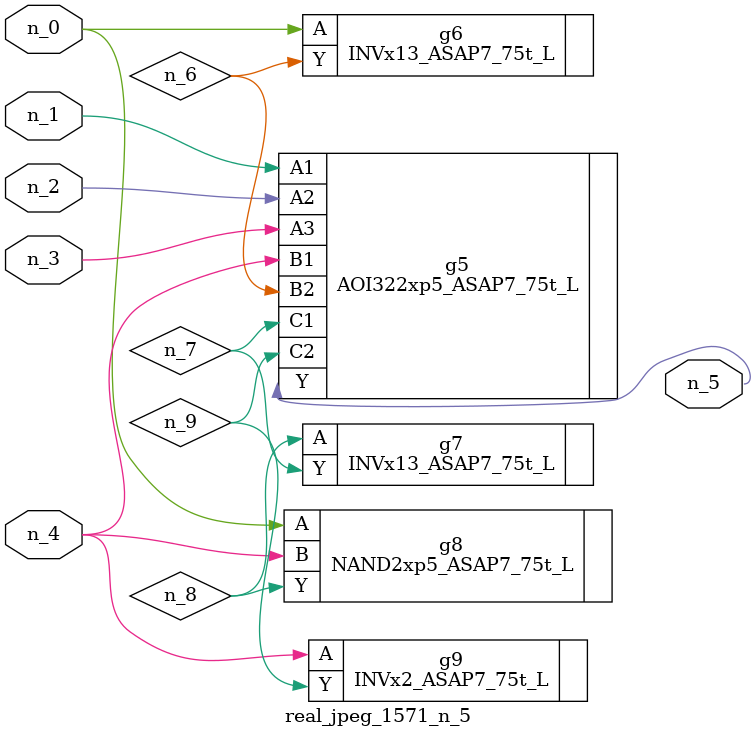
<source format=v>
module real_jpeg_1571_n_5 (n_4, n_0, n_1, n_2, n_3, n_5);

input n_4;
input n_0;
input n_1;
input n_2;
input n_3;

output n_5;

wire n_8;
wire n_6;
wire n_7;
wire n_9;

INVx13_ASAP7_75t_L g6 ( 
.A(n_0),
.Y(n_6)
);

NAND2xp5_ASAP7_75t_L g8 ( 
.A(n_0),
.B(n_4),
.Y(n_8)
);

AOI322xp5_ASAP7_75t_L g5 ( 
.A1(n_1),
.A2(n_2),
.A3(n_3),
.B1(n_4),
.B2(n_6),
.C1(n_7),
.C2(n_9),
.Y(n_5)
);

INVx2_ASAP7_75t_L g9 ( 
.A(n_4),
.Y(n_9)
);

INVx13_ASAP7_75t_L g7 ( 
.A(n_8),
.Y(n_7)
);


endmodule
</source>
